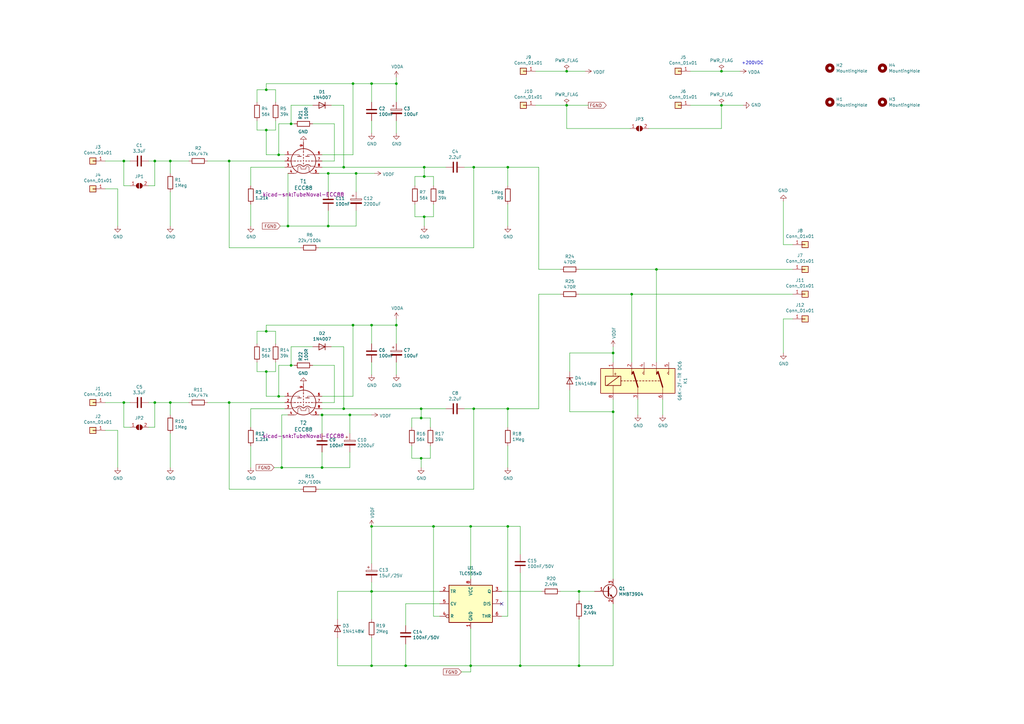
<source format=kicad_sch>
(kicad_sch (version 20211123) (generator eeschema)
  (paper "A3")
  (title_block (title "Pre-Amp ECC88/E88CC") (date "2022-10-09") (rev "V7"))
  (lib_symbols
    (symbol "Connector_Generic:Conn_01x01" (pin_names (offset 1.016) hide)
      (property "Reference" "J" (at 0 2.54 0))
      (property "Value" "Conn_01x01" (at 0 -2.54 0))
      (symbol "Conn_01x01_1_1"
        (rectangle (start -1.27 0.127) (end 0 -0.127) (stroke (width 0.1524)))
        (rectangle (start -1.27 1.27) (end 1.27 -1.27) (stroke (width 0.254)) (fill (type background)))
        (pin passive line (at -5.08 0 0) (length 3.81) (name "Pin_1") (number "1"))
      )
    )
    (symbol "Device:C" (pin_numbers hide) (pin_names (offset 0.254))
      (property "Reference" "C" (at 0.635 2.54 0))
      (property "Value" "C" (at 0.635 -2.54 0))
      (symbol "C_0_1"
        (polyline (pts (xy -2.032 -0.762) (xy 2.032 -0.762)) (stroke (width 0.508)))
        (polyline (pts (xy -2.032 0.762) (xy 2.032 0.762)) (stroke (width 0.508)))
      )
      (symbol "C_1_1"
        (pin passive line (at 0 3.81 270) (length 2.794) (name "~") (number "1"))
        (pin passive line (at 0 -3.81 90) (length 2.794) (name "~") (number "2"))
      )
    )
    (symbol "Device:C_Polarized" (pin_numbers hide) (pin_names (offset 0.254))
      (property "Reference" "C" (at 0.635 2.54 0))
      (property "Value" "C_Polarized" (at 0.635 -2.54 0))
      (symbol "C_Polarized_0_1"
        (rectangle (start -2.286 0.508) (end 2.286 1.016))
        (polyline (pts (xy -1.778 2.286) (xy -0.762 2.286)))
        (polyline (pts (xy -1.27 2.794) (xy -1.27 1.778)))
        (rectangle (start 2.286 -0.508) (end -2.286 -1.016) (fill (type outline)))
      )
      (symbol "C_Polarized_1_1"
        (pin passive line (at 0 3.81 270) (length 2.794) (name "~") (number "1"))
        (pin passive line (at 0 -3.81 90) (length 2.794) (name "~") (number "2"))
      )
    )
    (symbol "Device:R" (pin_numbers hide) (pin_names (offset 0))
      (property "Reference" "R" (at 2.032 0 90))
      (property "Value" "R" (at 0 0 90))
      (symbol "R_0_1"
        (rectangle (start -1.016 -2.54) (end 1.016 2.54) (stroke (width 0.254)))
      )
      (symbol "R_1_1"
        (pin passive line (at 0 3.81 270) (length 1.27) (name "~") (number "1"))
        (pin passive line (at 0 -3.81 90) (length 1.27) (name "~") (number "2"))
      )
    )
    (symbol "Diode:1N4007" (pin_numbers hide) (pin_names (offset 1.016) hide)
      (property "Reference" "D" (at 0 2.54 0))
      (property "Value" "1N4007" (at 0 -2.54 0))
      (symbol "1N4007_0_1"
        (polyline (pts (xy -1.27 1.27) (xy -1.27 -1.27)) (stroke (width 0.254)))
        (polyline (pts (xy 1.27 0) (xy -1.27 0)))
        (polyline (pts (xy 1.27 1.27) (xy 1.27 -1.27) (xy -1.27 0) (xy 1.27 1.27)) (stroke (width 0.254)))
      )
      (symbol "1N4007_1_1"
        (pin passive line (at -3.81 0 0) (length 2.54) (name "K") (number "1"))
        (pin passive line (at 3.81 0 180) (length 2.54) (name "A") (number "2"))
      )
    )
    (symbol "Diode:1N4148W" (pin_numbers hide) (pin_names (offset 1.016) hide)
      (property "Reference" "D" (at 0 2.54 0))
      (property "Value" "1N4148W" (at 0 -2.54 0))
      (symbol "1N4148W_0_1"
        (polyline (pts (xy -1.27 1.27) (xy -1.27 -1.27)) (stroke (width 0.254)))
        (polyline (pts (xy 1.27 0) (xy -1.27 0)))
        (polyline (pts (xy 1.27 1.27) (xy 1.27 -1.27) (xy -1.27 0) (xy 1.27 1.27)) (stroke (width 0.254)))
      )
      (symbol "1N4148W_1_1"
        (pin passive line (at -3.81 0 0) (length 2.54) (name "K") (number "1"))
        (pin passive line (at 3.81 0 180) (length 2.54) (name "A") (number "2"))
      )
    )
    (symbol "Jumper:SolderJumper_2_Open" (pin_names (offset 0) hide)
      (property "Reference" "JP" (at 0 2.032 0))
      (property "Value" "SolderJumper_2_Open" (at 0 -2.54 0))
      (symbol "SolderJumper_2_Open_0_1"
        (arc (start -0.254 1.016) (mid -1.27 0) (end -0.254 -1.016))
        (arc (start -0.254 1.016) (mid -1.27 0) (end -0.254 -1.016) (fill (type outline)))
        (polyline (pts (xy -0.254 1.016) (xy -0.254 -1.016)))
        (polyline (pts (xy 0.254 1.016) (xy 0.254 -1.016)))
        (arc (start 0.254 -1.016) (mid 1.27 0) (end 0.254 1.016))
        (arc (start 0.254 -1.016) (mid 1.27 0) (end 0.254 1.016) (fill (type outline)))
      )
      (symbol "SolderJumper_2_Open_1_1"
        (pin passive line (at -3.81 0 0) (length 2.54) (name "A") (number "1"))
        (pin passive line (at 3.81 0 180) (length 2.54) (name "B") (number "2"))
      )
    )
    (symbol "Mechanical:MountingHole" (pin_names (offset 1.016))
      (property "Reference" "H" (at 0 5.08 0))
      (property "Value" "MountingHole" (at 0 3.175 0))
      (symbol "MountingHole_0_1"
        (circle (center 0 0) (radius 1.27) (stroke (width 1.27)))
      )
    )
    (symbol "Relay:G6K-2"
      (property "Reference" "K" (at 16.51 3.81 0))
      (property "Value" "G6K-2" (at 16.51 1.27 0))
      (symbol "G6K-2_0_0"
        (text "+" (at -9.271 2.921 0) (effects (font (size 1.27 1.27))))
      )
      (symbol "G6K-2_0_1"
        (rectangle (start -15.24 5.08) (end 15.24 -5.08) (stroke (width 0.254)) (fill (type background)))
        (rectangle (start -13.335 1.905) (end -6.985 -1.905) (stroke (width 0.254)))
        (polyline (pts (xy -12.7 -1.905) (xy -7.62 1.905)) (stroke (width 0.254)))
        (polyline (pts (xy -10.16 -5.08) (xy -10.16 -1.905)))
        (polyline (pts (xy -10.16 5.08) (xy -10.16 1.905)))
        (polyline (pts (xy -6.985 0) (xy -6.35 0)) (stroke (width 0.254)))
        (polyline (pts (xy -5.715 0) (xy -5.08 0)) (stroke (width 0.254)))
        (polyline (pts (xy -4.445 0) (xy -3.81 0)) (stroke (width 0.254)))
        (polyline (pts (xy -3.175 0) (xy -2.54 0)) (stroke (width 0.254)))
        (polyline (pts (xy -1.905 0) (xy -1.27 0)) (stroke (width 0.254)))
        (polyline (pts (xy -0.635 0) (xy 0 0)) (stroke (width 0.254)))
        (polyline (pts (xy 0 -2.54) (xy -1.905 3.81)) (stroke (width 0.508)))
        (polyline (pts (xy 0 -2.54) (xy 0 -5.08)))
        (polyline (pts (xy 0.635 0) (xy 1.27 0)) (stroke (width 0.254)))
        (polyline (pts (xy 1.905 0) (xy 2.54 0)) (stroke (width 0.254)))
        (polyline (pts (xy 3.175 0) (xy 3.81 0)) (stroke (width 0.254)))
        (polyline (pts (xy 4.445 0) (xy 5.08 0)) (stroke (width 0.254)))
        (polyline (pts (xy 5.715 0) (xy 6.35 0)) (stroke (width 0.254)))
        (polyline (pts (xy 6.985 0) (xy 7.62 0)) (stroke (width 0.254)))
        (polyline (pts (xy 8.255 0) (xy 8.89 0)) (stroke (width 0.254)))
        (polyline (pts (xy 10.16 -2.54) (xy 8.255 3.81)) (stroke (width 0.508)))
        (polyline (pts (xy 10.16 -2.54) (xy 10.16 -5.08)))
        (polyline (pts (xy -2.54 5.08) (xy -2.54 2.54) (xy -1.905 3.175) (xy -2.54 3.81)) (fill (type outline)))
        (polyline (pts (xy 2.54 5.08) (xy 2.54 2.54) (xy 1.905 3.175) (xy 2.54 3.81)))
        (polyline (pts (xy 7.62 5.08) (xy 7.62 2.54) (xy 8.255 3.175) (xy 7.62 3.81)) (fill (type outline)))
        (polyline (pts (xy 12.7 5.08) (xy 12.7 2.54) (xy 12.065 3.175) (xy 12.7 3.81)))
      )
      (symbol "G6K-2_1_1"
        (pin passive line (at -10.16 7.62 270) (length 2.54) (name "~") (number "1"))
        (pin passive line (at -2.54 7.62 270) (length 2.54) (name "~") (number "2"))
        (pin passive line (at 0 -7.62 90) (length 2.54) (name "~") (number "3"))
        (pin passive line (at 2.54 7.62 270) (length 2.54) (name "~") (number "4"))
        (pin passive line (at 12.7 7.62 270) (length 2.54) (name "~") (number "5"))
        (pin passive line (at 10.16 -7.62 90) (length 2.54) (name "~") (number "6"))
        (pin passive line (at 7.62 7.62 270) (length 2.54) (name "~") (number "7"))
        (pin passive line (at -10.16 -7.62 90) (length 2.54) (name "~") (number "8"))
      )
    )
    (symbol "Timer:TLC555xD"
      (property "Reference" "U" (at -10.16 8.89 0))
      (property "Value" "TLC555xD" (at 2.54 8.89 0))
      (symbol "TLC555xD_0_0"
        (pin power_in line (at 0 -10.16 90) (length 2.54) (name "GND") (number "1"))
        (pin power_in line (at 0 10.16 270) (length 2.54) (name "VCC") (number "8"))
      )
      (symbol "TLC555xD_0_1"
        (rectangle (start -8.89 -7.62) (end 8.89 7.62) (stroke (width 0.254)) (fill (type background)))
        (rectangle (start -8.89 -7.62) (end 8.89 7.62) (stroke (width 0.254)) (fill (type background)))
      )
      (symbol "TLC555xD_1_1"
        (pin input line (at -12.7 5.08 0) (length 3.81) (name "TR") (number "2"))
        (pin output line (at 12.7 5.08 180) (length 3.81) (name "Q") (number "3"))
        (pin input inverted (at -12.7 -5.08 0) (length 3.81) (name "R") (number "4"))
        (pin input line (at -12.7 0 0) (length 3.81) (name "CV") (number "5"))
        (pin input line (at 12.7 -5.08 180) (length 3.81) (name "THR") (number "6"))
        (pin input line (at 12.7 0 180) (length 3.81) (name "DIS") (number "7"))
      )
    )
    (symbol "Transistor_BJT:MMBT3904" (pin_names (offset 0) hide)
      (property "Reference" "Q" (at 5.08 1.905 0))
      (property "Value" "MMBT3904" (at 5.08 0 0))
      (symbol "MMBT3904_0_1"
        (polyline (pts (xy 0.635 0.635) (xy 2.54 2.54)))
        (polyline (pts (xy 0.635 -0.635) (xy 2.54 -2.54) (xy 2.54 -2.54)))
        (polyline (pts (xy 0.635 1.905) (xy 0.635 -1.905) (xy 0.635 -1.905)) (stroke (width 0.508)))
        (polyline (pts (xy 1.27 -1.778) (xy 1.778 -1.27) (xy 2.286 -2.286) (xy 1.27 -1.778) (xy 1.27 -1.778)) (fill (type outline)))
        (circle (center 1.27 0) (radius 2.8194) (stroke (width 0.254)))
      )
      (symbol "MMBT3904_1_1"
        (pin input line (at -5.08 0 0) (length 5.715) (name "B") (number "1"))
        (pin passive line (at 2.54 -5.08 90) (length 2.54) (name "E") (number "2"))
        (pin passive line (at 2.54 5.08 270) (length 2.54) (name "C") (number "3"))
      )
    )
    (symbol "power:GND" (power) (pin_names (offset 0))
      (property "Value" "GND" (at 0 -3.81 0))
      (symbol "GND_0_1"
        (polyline (pts (xy 0 0) (xy 0 -1.27) (xy 1.27 -1.27) (xy 0 -2.54) (xy -1.27 -1.27) (xy 0 -1.27)))
      )
      (symbol "GND_1_1"
        (pin power_in line (at 0 0 270) (length 0) hide (name "GND") (number "1"))
      )
    )
    (symbol "power:PWR_FLAG" (power) (pin_numbers hide) (pin_names (offset 0) hide)
      (property "Value" "PWR_FLAG" (at 0 3.81 0))
      (symbol "PWR_FLAG_0_0"
        (pin power_out line (at 0 0 90) (length 0) (name "pwr") (number "1"))
      )
      (symbol "PWR_FLAG_0_1"
        (polyline (pts (xy 0 0) (xy 0 1.27) (xy -1.016 1.905) (xy 0 2.54) (xy 1.016 1.905) (xy 0 1.27)))
      )
    )
    (symbol "power:VDDA" (power) (pin_names (offset 0))
      (property "Value" "VDDA" (at 0 3.81 0))
      (symbol "VDDA_0_1"
        (polyline (pts (xy -0.762 1.27) (xy 0 2.54)))
        (polyline (pts (xy 0 0) (xy 0 2.54)))
        (polyline (pts (xy 0 2.54) (xy 0.762 1.27)))
      )
      (symbol "VDDA_1_1"
        (pin power_in line (at 0 0 90) (length 0) hide (name "VDDA") (number "1"))
      )
    )
    (symbol "power:VDDF" (power) (pin_names (offset 0))
      (property "Value" "VDDF" (at 0 3.81 0))
      (symbol "VDDF_0_1"
        (polyline (pts (xy -0.762 1.27) (xy 0 2.54)))
        (polyline (pts (xy 0 0) (xy 0 2.54)))
        (polyline (pts (xy 0 2.54) (xy 0.762 1.27)))
      )
      (symbol "VDDF_1_1"
        (pin power_in line (at 0 0 90) (length 0) hide (name "VDDF") (number "1"))
      )
    )
    (symbol "w_vacuum:ECC88" (pin_names (offset 0.0254) hide)
      (property "Reference" "T" (at 0 -7.62 0))
      (property "Value" "ECC88" (at 0 -10.16 0))
      (symbol "ECC88_0_1"
        (arc (start -1.016 -2.794) (mid -1.651 -2.159) (end -2.286 -2.794))
        (arc (start -0.381 -2.159) (mid -1.651 -1.4978) (end -2.921 -2.159) (stroke (width 0.254)))
        (polyline (pts (xy -5.08 0) (xy -3.683 0)))
        (polyline (pts (xy -3.683 0) (xy -3.175 0)) (stroke (width 0.254)))
        (polyline (pts (xy -2.54 0) (xy -2.032 0)) (stroke (width 0.254)))
        (polyline (pts (xy -2.413 1.905) (xy -0.889 1.905)) (stroke (width 0.254)))
        (polyline (pts (xy -1.397 0) (xy -0.889 0)) (stroke (width 0.254)))
        (polyline (pts (xy 0 5.08) (xy 0 3.937)))
        (polyline (pts (xy 0.889 0) (xy 1.397 0)) (stroke (width 0.254)))
        (polyline (pts (xy 0.889 1.905) (xy 2.413 1.905)) (stroke (width 0.254)))
        (polyline (pts (xy 2.032 0) (xy 2.54 0)) (stroke (width 0.254)))
        (polyline (pts (xy 3.175 0) (xy 3.683 0)) (stroke (width 0.254)))
        (polyline (pts (xy 3.683 0) (xy 5.08 0)))
        (polyline (pts (xy -2.921 -2.159) (xy -4.318 -2.159) (xy -5.08 -2.54)))
        (polyline (pts (xy -1.651 1.905) (xy -1.651 2.54) (xy -5.08 2.54)))
        (polyline (pts (xy 2.921 -2.159) (xy 4.318 -2.159) (xy 5.08 -2.54)))
        (polyline (pts (xy 5.08 2.54) (xy 1.651 2.54) (xy 1.651 1.905)))
        (polyline (pts (xy -2.286 -2.794) (xy -2.286 -4.191) (xy -3.175 -5.08) (xy -3.81 -5.08)))
        (polyline (pts (xy -1.016 -2.794) (xy -1.016 -3.302) (xy 1.016 -3.302) (xy 1.016 -2.794)))
        (polyline (pts (xy 2.286 -2.794) (xy 2.286 -4.191) (xy 3.175 -5.08) (xy 3.81 -5.08)))
        (circle (center 0 0) (radius 5.08) (stroke (width 0.254)))
        (arc (start 2.286 -2.794) (mid 1.651 -2.159) (end 1.016 -2.794))
        (arc (start 2.921 -2.159) (mid 1.651 -1.4978) (end 0.381 -2.159) (stroke (width 0.254)))
      )
      (symbol "ECC88_1_1"
        (polyline (pts (xy 0 -2.413) (xy 0 -1.905)) (stroke (width 0.254)))
        (polyline (pts (xy 0 -1.27) (xy 0 -0.762)) (stroke (width 0.254)))
        (polyline (pts (xy 0 -0.127) (xy 0 0.381)) (stroke (width 0.254)))
        (polyline (pts (xy 0 1.016) (xy 0 1.524)) (stroke (width 0.254)))
        (polyline (pts (xy 0 2.286) (xy 0 2.794)) (stroke (width 0.254)))
        (polyline (pts (xy 0 3.429) (xy 0 3.937)) (stroke (width 0.254)))
        (pin input line (at -7.62 2.54 0) (length 2.54) (name "qT1") (number "1"))
        (pin input line (at -7.62 0 0) (length 2.54) (name "gT1") (number "2"))
        (pin input line (at -7.62 -2.54 0) (length 2.54) (name "kT1") (number "3"))
        (pin input line (at -6.35 -5.08 0) (length 2.54) (name "h") (number "4"))
        (pin input line (at 6.35 -5.08 180) (length 2.54) (name "h") (number "5"))
        (pin input line (at 7.62 2.54 180) (length 2.54) (name "qT2") (number "6"))
        (pin input line (at 7.62 0 180) (length 2.54) (name "gT2") (number "7"))
        (pin input line (at 7.62 -2.54 180) (length 2.54) (name "kT2") (number "8"))
        (pin input line (at 0 7.62 270) (length 2.54) (name "s") (number "9"))
      )
    )
  )
  (junction (at 208.28 215.9))
  (junction (at 69.85 165.1))
  (junction (at 232.41 43.18))
  (junction (at 132.08 191.77))
  (junction (at 172.72 167.64))
  (junction (at 295.91 43.18))
  (junction (at 119.38 149.86))
  (junction (at 237.49 273.05))
  (junction (at 213.36 273.05))
  (junction (at 208.28 68.58))
  (junction (at 134.62 92.71))
  (junction (at 251.46 168.91))
  (junction (at 194.31 167.64))
  (junction (at 152.4 34.29))
  (junction (at 69.85 66.04))
  (junction (at 208.28 167.64))
  (junction (at 172.72 171.45))
  (junction (at 144.78 133.35))
  (junction (at 166.37 273.05))
  (junction (at 146.05 71.12))
  (junction (at 162.56 34.29))
  (junction (at 152.4 273.05))
  (junction (at 63.5 66.04))
  (junction (at 237.49 242.57))
  (junction (at 152.4 215.9))
  (junction (at 114.3 63.5))
  (junction (at 193.04 215.9))
  (junction (at 152.4 133.35))
  (junction (at 193.04 273.05))
  (junction (at 93.98 66.04))
  (junction (at 115.57 191.77))
  (junction (at 173.99 68.58))
  (junction (at 134.62 71.12))
  (junction (at 140.97 68.58))
  (junction (at 172.72 187.96))
  (junction (at 194.31 68.58))
  (junction (at 269.24 110.49))
  (junction (at 50.8 66.04))
  (junction (at 162.56 133.35))
  (junction (at 109.22 135.89))
  (junction (at 119.38 50.8))
  (junction (at 232.41 29.21))
  (junction (at 152.4 242.57))
  (junction (at 93.98 165.1))
  (junction (at 114.3 162.56))
  (junction (at 173.99 72.39))
  (junction (at 144.78 34.29))
  (junction (at 143.51 170.18))
  (junction (at 109.22 53.34))
  (junction (at 173.99 88.9))
  (junction (at 132.08 170.18))
  (junction (at 63.5 165.1))
  (junction (at 177.8 215.9))
  (junction (at 109.22 36.83))
  (junction (at 251.46 144.78))
  (junction (at 109.22 152.4))
  (junction (at 50.8 165.1))
  (junction (at 118.11 92.71))
  (junction (at 259.08 120.65))
  (junction (at 140.97 167.64))
  (junction (at 295.91 29.21))
  (no_connect (at 205.74 247.65))
  (wire (pts (xy 69.85 71.12) (xy 69.85 66.04)))
  (wire (pts (xy 105.41 36.83) (xy 105.41 41.91)))
  (wire (pts (xy 180.34 252.73) (xy 177.8 252.73)))
  (wire (pts (xy 162.56 153.67) (xy 162.56 148.59)))
  (wire (pts (xy 153.67 71.12) (xy 146.05 71.12)))
  (wire (pts (xy 173.99 92.71) (xy 173.99 88.9)))
  (wire (pts (xy 173.99 72.39) (xy 170.18 72.39)))
  (wire (pts (xy 194.31 101.6) (xy 130.81 101.6)))
  (wire (pts (xy 152.4 242.57) (xy 138.43 242.57)))
  (wire (pts (xy 321.31 130.81) (xy 325.12 130.81)))
  (wire (pts (xy 114.3 50.8) (xy 119.38 50.8)))
  (wire (pts (xy 219.71 43.18) (xy 232.41 43.18)))
  (wire (pts (xy 144.78 34.29) (xy 152.4 34.29)))
  (wire (pts (xy 152.4 140.97) (xy 152.4 133.35)))
  (wire (pts (xy 152.4 133.35) (xy 162.56 133.35)))
  (wire (pts (xy 114.3 162.56) (xy 109.22 162.56)))
  (wire (pts (xy 113.03 41.91) (xy 113.03 36.83)))
  (wire (pts (xy 193.04 273.05) (xy 166.37 273.05)))
  (wire (pts (xy 208.28 175.26) (xy 208.28 167.64)))
  (wire (pts (xy 102.87 92.71) (xy 102.87 83.82)))
  (wire (pts (xy 77.47 66.04) (xy 69.85 66.04)))
  (wire (pts (xy 233.68 160.02) (xy 233.68 168.91)))
  (wire (pts (xy 146.05 92.71) (xy 146.05 86.36)))
  (wire (pts (xy 60.96 165.1) (xy 63.5 165.1)))
  (wire (pts (xy 140.97 167.64) (xy 172.72 167.64)))
  (wire (pts (xy 205.74 242.57) (xy 222.25 242.57)))
  (wire (pts (xy 48.26 92.71) (xy 48.26 77.47)))
  (wire (pts (xy 116.84 68.58) (xy 102.87 68.58)))
  (wire (pts (xy 53.34 76.2) (xy 50.8 76.2)))
  (wire (pts (xy 63.5 165.1) (xy 69.85 165.1)))
  (wire (pts (xy 128.27 149.86) (xy 137.16 149.86)))
  (wire (pts (xy 168.91 187.96) (xy 172.72 187.96)))
  (wire (pts (xy 180.34 247.65) (xy 166.37 247.65)))
  (wire (pts (xy 50.8 76.2) (xy 50.8 66.04)))
  (wire (pts (xy 109.22 63.5) (xy 109.22 53.34)))
  (wire (pts (xy 194.31 167.64) (xy 190.5 167.64)))
  (wire (pts (xy 152.4 242.57) (xy 152.4 254)))
  (wire (pts (xy 109.22 135.89) (xy 105.41 135.89)))
  (wire (pts (xy 50.8 165.1) (xy 53.34 165.1)))
  (wire (pts (xy 109.22 53.34) (xy 105.41 53.34)))
  (wire (pts (xy 135.89 142.24) (xy 140.97 142.24)))
  (wire (pts (xy 208.28 83.82) (xy 208.28 92.71)))
  (wire (pts (xy 134.62 71.12) (xy 130.81 71.12)))
  (wire (pts (xy 105.41 135.89) (xy 105.41 140.97)))
  (wire (pts (xy 295.91 29.21) (xy 283.21 29.21)))
  (wire (pts (xy 144.78 63.5) (xy 144.78 34.29)))
  (wire (pts (xy 152.4 273.05) (xy 138.43 273.05)))
  (wire (pts (xy 205.74 252.73) (xy 208.28 252.73)))
  (wire (pts (xy 132.08 177.8) (xy 132.08 170.18)))
  (wire (pts (xy 269.24 148.59) (xy 269.24 110.49)))
  (wire (pts (xy 251.46 148.59) (xy 251.46 144.78)))
  (wire (pts (xy 162.56 133.35) (xy 162.56 140.97)))
  (wire (pts (xy 119.38 142.24) (xy 119.38 149.86)))
  (wire (pts (xy 208.28 76.2) (xy 208.28 68.58)))
  (wire (pts (xy 237.49 254) (xy 237.49 273.05)))
  (wire (pts (xy 69.85 92.71) (xy 69.85 78.74)))
  (wire (pts (xy 162.56 133.35) (xy 162.56 130.81)))
  (wire (pts (xy 137.16 149.86) (xy 137.16 165.1)))
  (wire (pts (xy 168.91 171.45) (xy 168.91 175.26)))
  (wire (pts (xy 119.38 149.86) (xy 114.3 149.86)))
  (wire (pts (xy 152.4 153.67) (xy 152.4 148.59)))
  (wire (pts (xy 208.28 191.77) (xy 208.28 182.88)))
  (wire (pts (xy 128.27 43.18) (xy 119.38 43.18)))
  (wire (pts (xy 115.57 170.18) (xy 115.57 191.77)))
  (wire (pts (xy 138.43 273.05) (xy 138.43 261.62)))
  (wire (pts (xy 208.28 252.73) (xy 208.28 215.9)))
  (wire (pts (xy 112.395 191.77) (xy 115.57 191.77)))
  (wire (pts (xy 213.36 227.33) (xy 213.36 215.9)))
  (wire (pts (xy 146.05 71.12) (xy 134.62 71.12)))
  (wire (pts (xy 109.22 53.34) (xy 113.03 53.34)))
  (wire (pts (xy 240.03 29.21) (xy 232.41 29.21)))
  (wire (pts (xy 162.56 54.61) (xy 162.56 49.53)))
  (wire (pts (xy 170.18 83.82) (xy 170.18 88.9)))
  (wire (pts (xy 152.4 242.57) (xy 152.4 238.76)))
  (wire (pts (xy 132.08 167.64) (xy 140.97 167.64)))
  (wire (pts (xy 144.78 162.56) (xy 144.78 133.35)))
  (wire (pts (xy 194.31 167.64) (xy 194.31 200.66)))
  (wire (pts (xy 166.37 247.65) (xy 166.37 256.54)))
  (wire (pts (xy 233.68 144.78) (xy 251.46 144.78)))
  (wire (pts (xy 259.08 148.59) (xy 259.08 120.65)))
  (wire (pts (xy 93.98 200.66) (xy 93.98 165.1)))
  (wire (pts (xy 118.11 170.18) (xy 115.57 170.18)))
  (wire (pts (xy 232.41 43.18) (xy 241.3 43.18)))
  (wire (pts (xy 114.935 92.71) (xy 118.11 92.71)))
  (wire (pts (xy 102.87 191.77) (xy 102.87 182.88)))
  (wire (pts (xy 172.72 171.45) (xy 168.91 171.45)))
  (wire (pts (xy 134.62 92.71) (xy 146.05 92.71)))
  (wire (pts (xy 85.09 66.04) (xy 93.98 66.04)))
  (wire (pts (xy 237.49 246.38) (xy 237.49 242.57)))
  (wire (pts (xy 135.89 43.18) (xy 140.97 43.18)))
  (wire (pts (xy 109.22 162.56) (xy 109.22 152.4)))
  (wire (pts (xy 194.31 68.58) (xy 208.28 68.58)))
  (wire (pts (xy 77.47 165.1) (xy 69.85 165.1)))
  (wire (pts (xy 143.51 170.18) (xy 152.4 170.18)))
  (wire (pts (xy 63.5 76.2) (xy 60.96 76.2)))
  (wire (pts (xy 116.84 63.5) (xy 114.3 63.5)))
  (wire (pts (xy 114.3 63.5) (xy 109.22 63.5)))
  (wire (pts (xy 152.4 215.9) (xy 177.8 215.9)))
  (wire (pts (xy 180.34 242.57) (xy 152.4 242.57)))
  (wire (pts (xy 208.28 215.9) (xy 193.04 215.9)))
  (wire (pts (xy 233.68 152.4) (xy 233.68 144.78)))
  (wire (pts (xy 123.19 200.66) (xy 93.98 200.66)))
  (wire (pts (xy 172.72 167.64) (xy 182.88 167.64)))
  (wire (pts (xy 166.37 273.05) (xy 152.4 273.05)))
  (wire (pts (xy 143.51 191.77) (xy 143.51 185.42)))
  (wire (pts (xy 132.08 63.5) (xy 144.78 63.5)))
  (wire (pts (xy 93.98 165.1) (xy 116.84 165.1)))
  (wire (pts (xy 213.36 273.05) (xy 193.04 273.05)))
  (wire (pts (xy 162.56 34.29) (xy 162.56 31.75)))
  (wire (pts (xy 271.78 170.18) (xy 271.78 163.83)))
  (wire (pts (xy 162.56 34.29) (xy 162.56 41.91)))
  (wire (pts (xy 53.34 175.26) (xy 50.8 175.26)))
  (wire (pts (xy 134.62 78.74) (xy 134.62 71.12)))
  (wire (pts (xy 233.68 168.91) (xy 251.46 168.91)))
  (wire (pts (xy 144.78 34.29) (xy 109.22 34.29)))
  (wire (pts (xy 69.85 66.04) (xy 63.5 66.04)))
  (wire (pts (xy 193.04 257.81) (xy 193.04 273.05)))
  (wire (pts (xy 138.43 242.57) (xy 138.43 254)))
  (wire (pts (xy 173.99 68.58) (xy 182.88 68.58)))
  (wire (pts (xy 193.04 275.59) (xy 193.04 273.05)))
  (wire (pts (xy 325.12 100.33) (xy 321.31 100.33)))
  (wire (pts (xy 193.04 237.49) (xy 193.04 215.9)))
  (wire (pts (xy 251.46 168.91) (xy 251.46 237.49)))
  (wire (pts (xy 170.18 88.9) (xy 173.99 88.9)))
  (wire (pts (xy 208.28 68.58) (xy 220.98 68.58)))
  (wire (pts (xy 261.62 170.18) (xy 261.62 163.83)))
  (wire (pts (xy 113.03 152.4) (xy 113.03 148.59)))
  (wire (pts (xy 177.8 88.9) (xy 177.8 83.82)))
  (wire (pts (xy 109.22 133.35) (xy 109.22 135.89)))
  (wire (pts (xy 170.18 72.39) (xy 170.18 76.2)))
  (wire (pts (xy 48.26 77.47) (xy 43.18 77.47)))
  (wire (pts (xy 114.3 149.86) (xy 114.3 162.56)))
  (wire (pts (xy 128.27 142.24) (xy 119.38 142.24)))
  (wire (pts (xy 194.31 200.66) (xy 130.81 200.66)))
  (wire (pts (xy 283.21 43.18) (xy 295.91 43.18)))
  (wire (pts (xy 237.49 273.05) (xy 213.36 273.05)))
  (wire (pts (xy 109.22 36.83) (xy 105.41 36.83)))
  (wire (pts (xy 176.53 187.96) (xy 176.53 182.88)))
  (wire (pts (xy 140.97 43.18) (xy 140.97 68.58)))
  (wire (pts (xy 119.38 50.8) (xy 120.65 50.8)))
  (wire (pts (xy 194.31 167.64) (xy 208.28 167.64)))
  (wire (pts (xy 134.62 92.71) (xy 134.62 86.36)))
  (wire (pts (xy 194.31 68.58) (xy 190.5 68.58)))
  (wire (pts (xy 146.05 78.74) (xy 146.05 71.12)))
  (wire (pts (xy 208.28 167.64) (xy 220.98 167.64)))
  (wire (pts (xy 48.26 191.77) (xy 48.26 176.53)))
  (wire (pts (xy 132.08 191.77) (xy 132.08 185.42)))
  (wire (pts (xy 50.8 66.04) (xy 53.34 66.04)))
  (wire (pts (xy 232.41 29.21) (xy 219.71 29.21)))
  (wire (pts (xy 259.08 120.65) (xy 325.12 120.65)))
  (wire (pts (xy 213.36 215.9) (xy 208.28 215.9)))
  (wire (pts (xy 251.46 247.65) (xy 251.46 273.05)))
  (wire (pts (xy 251.46 144.78) (xy 251.46 142.24)))
  (wire (pts (xy 43.18 66.04) (xy 50.8 66.04)))
  (wire (pts (xy 50.8 175.26) (xy 50.8 165.1)))
  (wire (pts (xy 213.36 234.95) (xy 213.36 273.05)))
  (wire (pts (xy 321.31 100.33) (xy 321.31 82.55)))
  (wire (pts (xy 132.08 68.58) (xy 140.97 68.58)))
  (wire (pts (xy 63.5 66.04) (xy 63.5 76.2)))
  (wire (pts (xy 295.91 52.705) (xy 295.91 43.18)))
  (wire (pts (xy 193.04 215.9) (xy 177.8 215.9)))
  (wire (pts (xy 113.03 53.34) (xy 113.03 49.53)))
  (wire (pts (xy 143.51 177.8) (xy 143.51 170.18)))
  (wire (pts (xy 69.85 191.77) (xy 69.85 177.8)))
  (wire (pts (xy 321.31 144.78) (xy 321.31 130.81)))
  (wire (pts (xy 144.78 133.35) (xy 152.4 133.35)))
  (wire (pts (xy 237.49 120.65) (xy 259.08 120.65)))
  (wire (pts (xy 93.98 66.04) (xy 116.84 66.04)))
  (wire (pts (xy 303.53 29.21) (xy 295.91 29.21)))
  (wire (pts (xy 63.5 66.04) (xy 60.96 66.04)))
  (wire (pts (xy 63.5 175.26) (xy 60.96 175.26)))
  (wire (pts (xy 85.09 165.1) (xy 93.98 165.1)))
  (wire (pts (xy 93.98 101.6) (xy 93.98 66.04)))
  (wire (pts (xy 105.41 152.4) (xy 105.41 148.59)))
  (wire (pts (xy 137.16 50.8) (xy 137.16 66.04)))
  (wire (pts (xy 258.445 52.705) (xy 232.41 52.705)))
  (wire (pts (xy 243.84 242.57) (xy 237.49 242.57)))
  (wire (pts (xy 173.99 88.9) (xy 177.8 88.9)))
  (wire (pts (xy 251.46 163.83) (xy 251.46 168.91)))
  (wire (pts (xy 176.53 175.26) (xy 176.53 171.45)))
  (wire (pts (xy 229.87 120.65) (xy 220.98 120.65)))
  (wire (pts (xy 177.8 252.73) (xy 177.8 215.9)))
  (wire (pts (xy 173.99 72.39) (xy 173.99 68.58)))
  (wire (pts (xy 115.57 191.77) (xy 132.08 191.77)))
  (wire (pts (xy 132.08 170.18) (xy 130.81 170.18)))
  (wire (pts (xy 132.08 165.1) (xy 137.16 165.1)))
  (wire (pts (xy 269.24 110.49) (xy 325.12 110.49)))
  (wire (pts (xy 152.4 34.29) (xy 162.56 34.29)))
  (wire (pts (xy 152.4 54.61) (xy 152.4 49.53)))
  (wire (pts (xy 116.84 167.64) (xy 102.87 167.64)))
  (wire (pts (xy 176.53 171.45) (xy 172.72 171.45)))
  (wire (pts (xy 152.4 231.14) (xy 152.4 215.9)))
  (wire (pts (xy 132.08 66.04) (xy 137.16 66.04)))
  (wire (pts (xy 251.46 273.05) (xy 237.49 273.05)))
  (wire (pts (xy 168.91 182.88) (xy 168.91 187.96)))
  (wire (pts (xy 116.84 162.56) (xy 114.3 162.56)))
  (wire (pts (xy 48.26 176.53) (xy 43.18 176.53)))
  (wire (pts (xy 123.19 101.6) (xy 93.98 101.6)))
  (wire (pts (xy 114.3 50.8) (xy 114.3 63.5)))
  (wire (pts (xy 237.49 110.49) (xy 269.24 110.49)))
  (wire (pts (xy 118.11 71.12) (xy 118.11 92.71)))
  (wire (pts (xy 113.03 36.83) (xy 109.22 36.83)))
  (wire (pts (xy 237.49 242.57) (xy 229.87 242.57)))
  (wire (pts (xy 266.065 52.705) (xy 295.91 52.705)))
  (wire (pts (xy 166.37 273.05) (xy 166.37 264.16)))
  (wire (pts (xy 132.08 170.18) (xy 143.51 170.18)))
  (wire (pts (xy 69.85 170.18) (xy 69.85 165.1)))
  (wire (pts (xy 220.98 68.58) (xy 220.98 110.49)))
  (wire (pts (xy 63.5 165.1) (xy 63.5 175.26)))
  (wire (pts (xy 189.23 275.59) (xy 193.04 275.59)))
  (wire (pts (xy 229.87 110.49) (xy 220.98 110.49)))
  (wire (pts (xy 144.78 133.35) (xy 109.22 133.35)))
  (wire (pts (xy 177.8 72.39) (xy 173.99 72.39)))
  (wire (pts (xy 102.87 68.58) (xy 102.87 76.2)))
  (wire (pts (xy 105.41 53.34) (xy 105.41 49.53)))
  (wire (pts (xy 140.97 142.24) (xy 140.97 167.64)))
  (wire (pts (xy 120.65 149.86) (xy 119.38 149.86)))
  (wire (pts (xy 109.22 152.4) (xy 113.03 152.4)))
  (wire (pts (xy 172.72 191.77) (xy 172.72 187.96)))
  (wire (pts (xy 128.27 50.8) (xy 137.16 50.8)))
  (wire (pts (xy 177.8 76.2) (xy 177.8 72.39)))
  (wire (pts (xy 102.87 167.64) (xy 102.87 175.26)))
  (wire (pts (xy 232.41 43.18) (xy 232.41 52.705)))
  (wire (pts (xy 220.98 167.64) (xy 220.98 120.65)))
  (wire (pts (xy 140.97 68.58) (xy 173.99 68.58)))
  (wire (pts (xy 118.11 92.71) (xy 134.62 92.71)))
  (wire (pts (xy 194.31 68.58) (xy 194.31 101.6)))
  (wire (pts (xy 152.4 273.05) (xy 152.4 261.62)))
  (wire (pts (xy 172.72 187.96) (xy 176.53 187.96)))
  (wire (pts (xy 113.03 140.97) (xy 113.03 135.89)))
  (wire (pts (xy 132.08 191.77) (xy 143.51 191.77)))
  (wire (pts (xy 109.22 34.29) (xy 109.22 36.83)))
  (wire (pts (xy 113.03 135.89) (xy 109.22 135.89)))
  (wire (pts (xy 295.91 43.18) (xy 304.8 43.18)))
  (wire (pts (xy 172.72 171.45) (xy 172.72 167.64)))
  (wire (pts (xy 152.4 41.91) (xy 152.4 34.29)))
  (wire (pts (xy 119.38 43.18) (xy 119.38 50.8)))
  (wire (pts (xy 132.08 162.56) (xy 144.78 162.56)))
  (wire (pts (xy 43.18 165.1) (xy 50.8 165.1)))
  (wire (pts (xy 109.22 152.4) (xy 105.41 152.4)))
  (text "+200VDC" (at 304.165 26.67 0) (effects (font (size 1.27 1.27)) (justify left bottom)))
  (global_label "FGND" (shape output) (at 241.3 43.18 0) (property "Intersheet References" "${INTERSHEET_REFS}" (effects hide)))
  (global_label "FGND" (shape input) (at 114.935 92.71 180) (property "Intersheet References" "${INTERSHEET_REFS}" (effects hide)))
  (global_label "FGND" (shape input) (at 189.23 275.59 180) (property "Intersheet References" "${INTERSHEET_REFS}" (effects hide)))
  (global_label "FGND" (shape input) (at 112.395 191.77 180) (property "Intersheet References" "${INTERSHEET_REFS}" (effects hide)))
  (symbol (lib_id "w_vacuum:ECC88") (at 124.46 66.04 0) (unit 1)
    (property "Reference" "T1" (at 124.46 74.3966 0) (effects (font (size 1.524 1.524))))
    (property "Value" "ECC88" (at 124.46 77.089 0) (effects (font (size 1.524 1.524))))
    (property "Footprint" "kicad-snk:TubeNoval-ECC88" (at 124.46 79.7814 0) (effects (font (size 1.524 1.524))))
  )
  (symbol (lib_id "Device:R") (at 81.28 66.04 270) (unit 1)
    (property "Reference" "R2" (at 81.28 60.7822 90))
    (property "Value" "10k/47k" (at 81.28 63.0936 90))
    (property "Footprint" "Resistor_SMD:R_MELF_MMB-0207" (effects hide))
  )
  (symbol (lib_id "Device:R") (at 69.85 74.93 0) (unit 1)
    (property "Reference" "R1" (at 71.628 73.7616 0) (effects (justify left)))
    (property "Value" "1Meg" (at 71.628 76.073 0) (effects (justify left)))
    (property "Footprint" "Resistor_SMD:R_MELF_MMB-0207" (effects hide))
  )
  (symbol (lib_id "Connector_Generic:Conn_01x01") (at 38.1 66.04 180) (unit 1)
    (property "Reference" "J3" (at 40.1828 60.325 0))
    (property "Value" "Conn_01x01" (at 40.1828 62.6364 0))
    (property "Footprint" "Connector_Pin:Pin_D1.0mm_L10.0mm" (effects hide))
  )
  (symbol (lib_id "Connector_Generic:Conn_01x01") (at 38.1 77.47 180) (unit 1)
    (property "Reference" "J4" (at 40.1828 71.755 0))
    (property "Value" "Conn_01x01" (at 40.1828 74.0664 0))
    (property "Footprint" "Connector_Pin:Pin_D1.0mm_L10.0mm" (effects hide))
  )
  (symbol (lib_id "Connector_Generic:Conn_01x01") (at 278.13 29.21 180) (unit 1)
    (property "Reference" "J5" (at 280.2128 23.495 0))
    (property "Value" "Conn_01x01" (at 280.2128 25.8064 0))
    (property "Footprint" "Connector_Pin:Pin_D1.3mm_L11.0mm" (effects hide))
  )
  (symbol (lib_id "Connector_Generic:Conn_01x01") (at 278.13 43.18 180) (unit 1)
    (property "Reference" "J6" (at 280.2128 37.465 0))
    (property "Value" "Conn_01x01" (at 280.2128 39.7764 0))
    (property "Footprint" "Connector_Pin:Pin_D1.3mm_L11.0mm" (effects hide))
  )
  (symbol (lib_id "Device:C") (at 57.15 66.04 270) (unit 1)
    (property "Reference" "C1" (at 57.15 59.6392 90))
    (property "Value" "3.3uF" (at 57.15 61.9506 90))
    (property "Footprint" "Capacitor_THT:C_Rect_L7.2mm_W7.2mm_P5.00mm_FKS2_FKP2_MKS2_MKP2" (effects hide))
  )
  (symbol (lib_id "Mechanical:MountingHole") (at 340.36 27.94 0) (unit 1)
    (property "Reference" "H2" (at 342.9 26.7716 0) (effects (justify left)))
    (property "Value" "MountingHole" (at 342.9 29.083 0) (effects (justify left)))
    (property "Footprint" "MountingHole:MountingHole_3.2mm_M3" (effects hide))
  )
  (symbol (lib_id "Mechanical:MountingHole") (at 361.95 27.94 0) (unit 1)
    (property "Reference" "H4" (at 364.49 26.7716 0) (effects (justify left)))
    (property "Value" "MountingHole" (at 364.49 29.083 0) (effects (justify left)))
    (property "Footprint" "MountingHole:MountingHole_3.2mm_M3" (effects hide))
  )
  (symbol (lib_id "Mechanical:MountingHole") (at 340.36 41.91 0) (unit 1)
    (property "Reference" "H1" (at 342.9 40.7416 0) (effects (justify left)))
    (property "Value" "MountingHole" (at 342.9 43.053 0) (effects (justify left)))
    (property "Footprint" "MountingHole:MountingHole_3.2mm_M3" (effects hide))
  )
  (symbol (lib_id "Mechanical:MountingHole") (at 361.95 41.91 0) (unit 1)
    (property "Reference" "H3" (at 364.49 40.7416 0) (effects (justify left)))
    (property "Value" "MountingHole" (at 364.49 43.053 0) (effects (justify left)))
    (property "Footprint" "MountingHole:MountingHole_3.2mm_M3" (effects hide))
  )
  (symbol (lib_id "power:PWR_FLAG") (at 295.91 29.21 0) (unit 1)
    (property "Reference" "#FLG04" (effects hide))
    (property "Value" "PWR_FLAG" (at 295.91 24.8158 0))
  )
  (symbol (lib_id "power:GND") (at 304.8 43.18 90) (unit 1)
    (property "Reference" "#PWR05" (effects hide))
    (property "Value" "GND" (at 308.0512 43.053 90) (effects (justify right)))
  )
  (symbol (lib_id "power:PWR_FLAG") (at 295.91 43.18 0) (unit 1)
    (property "Reference" "#FLG03" (effects hide))
    (property "Value" "PWR_FLAG" (at 295.91 38.7858 0))
  )
  (symbol (lib_id "power:VDDF") (at 240.03 29.21 270) (unit 1)
    (property "Reference" "#PWR01" (effects hide))
    (property "Value" "VDDF" (at 243.2812 29.591 90) (effects (justify left)))
  )
  (symbol (lib_id "power:VDDA") (at 303.53 29.21 270) (unit 1)
    (property "Reference" "#PWR07" (effects hide))
    (property "Value" "VDDA" (at 306.7812 29.591 90) (effects (justify left)))
  )
  (symbol (lib_id "Device:R") (at 113.03 45.72 0) (unit 1)
    (property "Reference" "R5" (at 114.808 44.5516 0) (effects (justify left)))
    (property "Value" "39k" (at 114.808 46.863 0) (effects (justify left)))
    (property "Footprint" "Resistor_SMD:R_MELF_MMB-0207" (effects hide))
  )
  (symbol (lib_id "Device:C_Polarized") (at 162.56 45.72 0) (unit 1)
    (property "Reference" "C3" (at 165.5572 44.5516 0) (effects (justify left)))
    (property "Value" "100uF" (at 165.5572 46.863 0) (effects (justify left)))
    (property "Footprint" "Capacitor_THT:CP_Radial_D18.0mm_P7.50mm" (effects hide))
  )
  (symbol (lib_id "Device:R") (at 105.41 45.72 0) (unit 1)
    (property "Reference" "R4" (at 107.188 44.5516 0) (effects (justify left)))
    (property "Value" "56k" (at 107.188 46.863 0) (effects (justify left)))
    (property "Footprint" "Resistor_SMD:R_MELF_MMB-0207" (effects hide))
  )
  (symbol (lib_id "Device:C") (at 152.4 45.72 0) (unit 1)
    (property "Reference" "C2" (at 155.321 44.5516 0) (effects (justify left)))
    (property "Value" "100nF" (at 155.321 46.863 0) (effects (justify left)))
    (property "Footprint" "Capacitor_THT:C_Rect_L16.5mm_W5.0mm_P15.00mm_MKT" (effects hide))
  )
  (symbol (lib_id "Device:R") (at 177.8 80.01 0) (unit 1)
    (property "Reference" "R8" (at 179.578 78.8416 0) (effects (justify left)))
    (property "Value" "39k" (at 179.578 81.153 0) (effects (justify left)))
    (property "Footprint" "Resistor_SMD:R_MELF_MMB-0207" (effects hide))
  )
  (symbol (lib_id "Device:R") (at 170.18 80.01 0) (unit 1)
    (property "Reference" "R7" (at 171.958 78.8416 0) (effects (justify left)))
    (property "Value" "56k" (at 171.958 81.153 0) (effects (justify left)))
    (property "Footprint" "Resistor_SMD:R_MELF_MMB-0207" (effects hide))
  )
  (symbol (lib_id "Device:R") (at 208.28 80.01 180) (unit 1)
    (property "Reference" "R9" (at 206.502 81.1784 0) (effects (justify left)))
    (property "Value" "1Meg" (at 206.502 78.867 0) (effects (justify left)))
    (property "Footprint" "Resistor_SMD:R_MELF_MMB-0207" (effects hide))
  )
  (symbol (lib_id "Device:C") (at 186.69 68.58 270) (unit 1)
    (property "Reference" "C4" (at 186.69 62.1792 90))
    (property "Value" "2.2uF" (at 186.69 64.4906 90))
    (property "Footprint" "Capacitor_THT:C_Rect_L31.5mm_W11.0mm_P27.50mm_MKS4" (effects hide))
  )
  (symbol (lib_id "Device:R") (at 127 101.6 270) (unit 1)
    (property "Reference" "R6" (at 127 96.3422 90))
    (property "Value" "22k/100k" (at 127 98.6536 90))
    (property "Footprint" "Resistor_SMD:R_MELF_MMB-0207" (effects hide))
  )
  (symbol (lib_id "power:GND") (at 124.46 58.42 180) (unit 1)
    (property "Reference" "#PWR09" (effects hide))
    (property "Value" "GND" (at 124.333 54.0258 0))
  )
  (symbol (lib_id "power:GND") (at 173.99 92.71 0) (unit 1)
    (property "Reference" "#PWR012" (effects hide))
    (property "Value" "GND" (at 174.117 97.1042 0))
  )
  (symbol (lib_id "Connector_Generic:Conn_01x01") (at 330.2 110.49 0) (mirror x) (unit 1)
    (property "Reference" "J7" (at 328.1172 104.775 0))
    (property "Value" "Conn_01x01" (at 328.1172 107.0864 0))
    (property "Footprint" "Connector_Pin:Pin_D1.0mm_L10.0mm" (effects hide))
  )
  (symbol (lib_id "Connector_Generic:Conn_01x01") (at 330.2 100.33 0) (mirror x) (unit 1)
    (property "Reference" "J8" (at 328.1172 94.615 0))
    (property "Value" "Conn_01x01" (at 328.1172 96.9264 0))
    (property "Footprint" "Connector_Pin:Pin_D1.0mm_L10.0mm" (effects hide))
  )
  (symbol (lib_id "power:GND") (at 162.56 54.61 0) (unit 1)
    (property "Reference" "#PWR014" (effects hide))
    (property "Value" "GND" (at 162.687 59.0042 0))
  )
  (symbol (lib_id "power:GND") (at 152.4 54.61 0) (unit 1)
    (property "Reference" "#PWR011" (effects hide))
    (property "Value" "GND" (at 152.527 59.0042 0))
  )
  (symbol (lib_id "power:VDDF") (at 153.67 71.12 270) (unit 1)
    (property "Reference" "#PWR010" (effects hide))
    (property "Value" "VDDF" (at 156.9212 71.501 90) (effects (justify left)))
  )
  (symbol (lib_id "Device:R") (at 102.87 80.01 0) (unit 1)
    (property "Reference" "R3" (at 104.648 78.8416 0) (effects (justify left)))
    (property "Value" "1.21k" (at 104.648 81.153 0) (effects (justify left)))
    (property "Footprint" "Resistor_SMD:R_MiniMELF_MMA-0204" (effects hide))
  )
  (symbol (lib_id "power:GND") (at 102.87 92.71 0) (unit 1)
    (property "Reference" "#PWR06" (effects hide))
    (property "Value" "GND" (at 102.997 97.1042 0))
  )
  (symbol (lib_id "power:GND") (at 69.85 92.71 0) (unit 1)
    (property "Reference" "#PWR04" (effects hide))
    (property "Value" "GND" (at 69.977 97.1042 0))
  )
  (symbol (lib_id "power:GND") (at 48.26 92.71 0) (unit 1)
    (property "Reference" "#PWR03" (effects hide))
    (property "Value" "GND" (at 48.387 97.1042 0))
  )
  (symbol (lib_id "power:VDDA") (at 162.56 31.75 0) (unit 1)
    (property "Reference" "#PWR013" (effects hide))
    (property "Value" "VDDA" (at 162.941 27.3558 0))
  )
  (symbol (lib_id "Connector_Generic:Conn_01x01") (at 214.63 29.21 180) (unit 1)
    (property "Reference" "J9" (at 216.7128 23.495 0))
    (property "Value" "Conn_01x01" (at 216.7128 25.8064 0))
    (property "Footprint" "Connector_Pin:Pin_D1.3mm_L11.0mm" (effects hide))
  )
  (symbol (lib_id "Connector_Generic:Conn_01x01") (at 214.63 43.18 180) (unit 1)
    (property "Reference" "J10" (at 216.7128 37.465 0))
    (property "Value" "Conn_01x01" (at 216.7128 39.7764 0))
    (property "Footprint" "Connector_Pin:Pin_D1.3mm_L11.0mm" (effects hide))
  )
  (symbol (lib_id "power:PWR_FLAG") (at 232.41 29.21 0) (unit 1)
    (property "Reference" "#FLG01" (effects hide))
    (property "Value" "PWR_FLAG" (at 232.41 24.8158 0))
  )
  (symbol (lib_id "power:PWR_FLAG") (at 232.41 43.18 0) (unit 1)
    (property "Reference" "#FLG02" (effects hide))
    (property "Value" "PWR_FLAG" (at 232.41 38.7858 0))
  )
  (symbol (lib_id "w_vacuum:ECC88") (at 124.46 165.1 0) (unit 1)
    (property "Reference" "T2" (at 124.46 173.4566 0) (effects (font (size 1.524 1.524))))
    (property "Value" "ECC88" (at 124.46 176.149 0) (effects (font (size 1.524 1.524))))
    (property "Footprint" "kicad-snk:TubeNoval-ECC88" (at 124.46 178.8414 0) (effects (font (size 1.524 1.524))))
  )
  (symbol (lib_id "Device:R") (at 81.28 165.1 270) (unit 1)
    (property "Reference" "R11" (at 81.28 159.8422 90))
    (property "Value" "10k/47k" (at 81.28 162.1536 90))
    (property "Footprint" "Resistor_SMD:R_MELF_MMB-0207" (effects hide))
  )
  (symbol (lib_id "Device:R") (at 69.85 173.99 0) (unit 1)
    (property "Reference" "R10" (at 71.628 172.8216 0) (effects (justify left)))
    (property "Value" "1Meg" (at 71.628 175.133 0) (effects (justify left)))
    (property "Footprint" "Resistor_SMD:R_MELF_MMB-0207" (effects hide))
  )
  (symbol (lib_id "Connector_Generic:Conn_01x01") (at 38.1 165.1 180) (unit 1)
    (property "Reference" "J1" (at 40.1828 159.385 0))
    (property "Value" "Conn_01x01" (at 40.1828 161.6964 0))
    (property "Footprint" "Connector_Pin:Pin_D1.0mm_L10.0mm" (effects hide))
  )
  (symbol (lib_id "Connector_Generic:Conn_01x01") (at 38.1 176.53 180) (unit 1)
    (property "Reference" "J2" (at 40.1828 170.815 0))
    (property "Value" "Conn_01x01" (at 40.1828 173.1264 0))
    (property "Footprint" "Connector_Pin:Pin_D1.0mm_L10.0mm" (effects hide))
  )
  (symbol (lib_id "Device:C") (at 57.15 165.1 270) (unit 1)
    (property "Reference" "C5" (at 57.15 158.6992 90))
    (property "Value" "3.3uF" (at 57.15 161.0106 90))
    (property "Footprint" "Capacitor_THT:C_Rect_L7.2mm_W7.2mm_P5.00mm_FKS2_FKP2_MKS2_MKP2" (effects hide))
  )
  (symbol (lib_id "Device:R") (at 113.03 144.78 0) (unit 1)
    (property "Reference" "R14" (at 114.808 143.6116 0) (effects (justify left)))
    (property "Value" "39k" (at 114.808 145.923 0) (effects (justify left)))
    (property "Footprint" "Resistor_SMD:R_MELF_MMB-0207" (effects hide))
  )
  (symbol (lib_id "Device:C_Polarized") (at 162.56 144.78 0) (unit 1)
    (property "Reference" "C7" (at 165.5572 143.6116 0) (effects (justify left)))
    (property "Value" "100uF" (at 165.5572 145.923 0) (effects (justify left)))
    (property "Footprint" "Capacitor_THT:CP_Radial_D18.0mm_P7.50mm" (effects hide))
  )
  (symbol (lib_id "Device:R") (at 105.41 144.78 0) (unit 1)
    (property "Reference" "R13" (at 107.188 143.6116 0) (effects (justify left)))
    (property "Value" "56k" (at 107.188 145.923 0) (effects (justify left)))
    (property "Footprint" "Resistor_SMD:R_MELF_MMB-0207" (effects hide))
  )
  (symbol (lib_id "Device:C") (at 152.4 144.78 0) (unit 1)
    (property "Reference" "C6" (at 155.321 143.6116 0) (effects (justify left)))
    (property "Value" "100nF" (at 155.321 145.923 0) (effects (justify left)))
    (property "Footprint" "Capacitor_THT:C_Rect_L16.5mm_W5.0mm_P15.00mm_MKT" (effects hide))
  )
  (symbol (lib_id "Device:R") (at 176.53 179.07 0) (unit 1)
    (property "Reference" "R17" (at 178.308 177.9016 0) (effects (justify left)))
    (property "Value" "39k" (at 178.308 180.213 0) (effects (justify left)))
    (property "Footprint" "Resistor_SMD:R_MELF_MMB-0207" (effects hide))
  )
  (symbol (lib_id "Device:R") (at 168.91 179.07 0) (unit 1)
    (property "Reference" "R16" (at 170.688 177.9016 0) (effects (justify left)))
    (property "Value" "56k" (at 170.688 180.213 0) (effects (justify left)))
    (property "Footprint" "Resistor_SMD:R_MELF_MMB-0207" (effects hide))
  )
  (symbol (lib_id "Device:R") (at 208.28 179.07 0) (unit 1)
    (property "Reference" "R18" (at 210.058 177.9016 0) (effects (justify left)))
    (property "Value" "1Meg" (at 210.058 180.213 0) (effects (justify left)))
    (property "Footprint" "Resistor_SMD:R_MELF_MMB-0207" (effects hide))
  )
  (symbol (lib_id "Device:C") (at 186.69 167.64 270) (unit 1)
    (property "Reference" "C8" (at 186.69 161.2392 90))
    (property "Value" "2.2uF" (at 186.69 163.5506 90))
    (property "Footprint" "Capacitor_THT:C_Rect_L31.5mm_W11.0mm_P27.50mm_MKS4" (effects hide))
  )
  (symbol (lib_id "Device:R") (at 127 200.66 270) (unit 1)
    (property "Reference" "R15" (at 127 195.4022 90))
    (property "Value" "22k/100k" (at 127 197.7136 90))
    (property "Footprint" "Resistor_SMD:R_MELF_MMB-0207" (effects hide))
  )
  (symbol (lib_id "power:GND") (at 124.46 157.48 180) (unit 1)
    (property "Reference" "#PWR021" (effects hide))
    (property "Value" "GND" (at 124.333 153.0858 0))
  )
  (symbol (lib_id "power:GND") (at 172.72 191.77 0) (unit 1)
    (property "Reference" "#PWR024" (effects hide))
    (property "Value" "GND" (at 172.847 196.1642 0))
  )
  (symbol (lib_id "Connector_Generic:Conn_01x01") (at 330.2 120.65 0) (mirror x) (unit 1)
    (property "Reference" "J11" (at 328.1172 114.935 0))
    (property "Value" "Conn_01x01" (at 328.1172 117.2464 0))
    (property "Footprint" "Connector_Pin:Pin_D1.0mm_L10.0mm" (effects hide))
  )
  (symbol (lib_id "Connector_Generic:Conn_01x01") (at 330.2 130.81 0) (mirror x) (unit 1)
    (property "Reference" "J12" (at 328.1172 125.095 0))
    (property "Value" "Conn_01x01" (at 328.1172 127.4064 0))
    (property "Footprint" "Connector_Pin:Pin_D1.0mm_L10.0mm" (effects hide))
  )
  (symbol (lib_id "power:GND") (at 321.31 144.78 0) (unit 1)
    (property "Reference" "#PWR028" (effects hide))
    (property "Value" "GND" (at 321.437 149.1742 0))
  )
  (symbol (lib_id "power:GND") (at 162.56 153.67 0) (unit 1)
    (property "Reference" "#PWR026" (effects hide))
    (property "Value" "GND" (at 162.687 158.0642 0))
  )
  (symbol (lib_id "power:GND") (at 152.4 153.67 0) (unit 1)
    (property "Reference" "#PWR023" (effects hide))
    (property "Value" "GND" (at 152.527 158.0642 0))
  )
  (symbol (lib_id "power:VDDF") (at 152.4 170.18 270) (unit 1)
    (property "Reference" "#PWR022" (effects hide))
    (property "Value" "VDDF" (at 155.6512 170.561 90) (effects (justify left)))
  )
  (symbol (lib_id "Device:R") (at 102.87 179.07 0) (unit 1)
    (property "Reference" "R12" (at 104.648 177.9016 0) (effects (justify left)))
    (property "Value" "1.21k" (at 104.648 180.213 0) (effects (justify left)))
    (property "Footprint" "Resistor_SMD:R_MiniMELF_MMA-0204" (effects hide))
  )
  (symbol (lib_id "power:GND") (at 102.87 191.77 0) (unit 1)
    (property "Reference" "#PWR018" (effects hide))
    (property "Value" "GND" (at 102.997 196.1642 0))
  )
  (symbol (lib_id "power:GND") (at 69.85 191.77 0) (unit 1)
    (property "Reference" "#PWR017" (effects hide))
    (property "Value" "GND" (at 69.977 196.1642 0))
  )
  (symbol (lib_id "power:GND") (at 48.26 191.77 0) (unit 1)
    (property "Reference" "#PWR02" (effects hide))
    (property "Value" "GND" (at 48.387 196.1642 0))
  )
  (symbol (lib_id "power:VDDA") (at 162.56 130.81 0) (unit 1)
    (property "Reference" "#PWR025" (effects hide))
    (property "Value" "VDDA" (at 162.941 126.4158 0))
  )
  (symbol (lib_id "Device:C_Polarized") (at 143.51 181.61 0) (unit 1)
    (property "Reference" "C10" (at 146.5072 180.4416 0) (effects (justify left)))
    (property "Value" "2200uF" (at 146.5072 182.753 0) (effects (justify left)))
    (property "Footprint" "Capacitor_THT:CP_Radial_D16.0mm_P7.50mm" (effects hide))
  )
  (symbol (lib_id "Device:C") (at 132.08 181.61 0) (unit 1)
    (property "Reference" "C9" (at 135.001 180.4416 0) (effects (justify left)))
    (property "Value" "100nF" (at 135.001 182.753 0) (effects (justify left)))
    (property "Footprint" "Capacitor_THT:C_Rect_L7.2mm_W2.5mm_P5.00mm_FKS2_FKP2_MKS2_MKP2" (effects hide))
  )
  (symbol (lib_id "Device:C_Polarized") (at 146.05 82.55 0) (unit 1)
    (property "Reference" "C12" (at 149.0472 81.3816 0) (effects (justify left)))
    (property "Value" "2200uF" (at 149.0472 83.693 0) (effects (justify left)))
    (property "Footprint" "Capacitor_THT:CP_Radial_D16.0mm_P7.50mm" (effects hide))
  )
  (symbol (lib_id "Device:C") (at 134.62 82.55 0) (unit 1)
    (property "Reference" "C11" (at 137.541 81.3816 0) (effects (justify left)))
    (property "Value" "100nF" (at 137.541 83.693 0) (effects (justify left)))
    (property "Footprint" "Capacitor_THT:C_Rect_L7.2mm_W2.5mm_P5.00mm_FKS2_FKP2_MKS2_MKP2" (effects hide))
  )
  (symbol (lib_id "Device:R") (at 124.46 50.8 90) (unit 1)
    (property "Reference" "R21" (at 123.2916 49.022 0) (effects (justify left)))
    (property "Value" "100R" (at 125.603 49.022 0) (effects (justify left)))
    (property "Footprint" "Resistor_SMD:R_MELF_MMB-0207" (effects hide))
  )
  (symbol (lib_id "Device:R") (at 124.46 149.86 90) (unit 1)
    (property "Reference" "R22" (at 123.2916 148.082 0) (effects (justify left)))
    (property "Value" "100R" (at 125.603 148.082 0) (effects (justify left)))
    (property "Footprint" "Resistor_SMD:R_MELF_MMB-0207" (effects hide))
  )
  (symbol (lib_id "Diode:1N4007") (at 132.08 142.24 180) (unit 1)
    (property "Reference" "D2" (at 132.08 136.7282 0))
    (property "Value" "1N4007" (at 132.08 139.0396 0))
    (property "Footprint" "Diode_SMD:D_SMA_Handsoldering" (effects hide))
    (property "Datasheet" "http://www.vishay.com/docs/88503/1n4001.pdf" (effects hide))
  )
  (symbol (lib_id "Diode:1N4007") (at 132.08 43.18 180) (unit 1)
    (property "Reference" "D1" (at 132.08 37.6682 0))
    (property "Value" "1N4007" (at 132.08 39.9796 0))
    (property "Footprint" "Diode_SMD:D_SMA_Handsoldering" (effects hide))
    (property "Datasheet" "http://www.vishay.com/docs/88503/1n4001.pdf" (effects hide))
  )
  (symbol (lib_id "Relay:G6K-2") (at 261.62 156.21 0) (unit 1)
    (property "Reference" "K1" (at 281.1018 156.21 90))
    (property "Value" "G6K-2F-TR DC6" (at 278.7904 156.21 90))
    (property "Footprint" "Relay_SMD:Relay_DPDT_Omron_G6K-2F" (effects hide))
    (property "Datasheet" "http://omronfs.omron.com/en_US/ecb/products/pdf/en-g6k.pdf" (effects hide))
  )
  (symbol (lib_id "Diode:1N4148W") (at 233.68 156.21 270) (unit 1)
    (property "Reference" "D4" (at 235.712 155.0416 90) (effects (justify left)))
    (property "Value" "1N4148W" (at 235.712 157.353 90) (effects (justify left)))
    (property "Footprint" "Diode_SMD:D_SOD-123" (effects hide))
    (property "Datasheet" "https://www.vishay.com/docs/85748/1n4148w.pdf" (effects hide))
  )
  (symbol (lib_id "Transistor_BJT:MMBT3904") (at 248.92 242.57 0) (unit 1)
    (property "Reference" "Q1" (at 253.7714 241.4016 0) (effects (justify left)))
    (property "Value" "MMBT3904" (at 253.7714 243.713 0) (effects (justify left)))
    (property "Footprint" "Package_TO_SOT_SMD:SOT-23" (effects hide))
    (property "Datasheet" "https://www.onsemi.com/pub/Collateral/2N3903-D.PDF" (effects hide))
  )
  (symbol (lib_id "Device:R") (at 237.49 250.19 0) (unit 1)
    (property "Reference" "R23" (at 239.268 249.0216 0) (effects (justify left)))
    (property "Value" "2.49k" (at 239.268 251.333 0) (effects (justify left)))
    (property "Footprint" "Resistor_SMD:R_0805_2012Metric_Pad1.20x1.40mm_HandSolder" (effects hide))
  )
  (symbol (lib_id "Device:R") (at 226.06 242.57 270) (unit 1)
    (property "Reference" "R20" (at 226.06 237.3122 90))
    (property "Value" "2.49k" (at 226.06 239.6236 90))
    (property "Footprint" "Resistor_SMD:R_0805_2012Metric_Pad1.20x1.40mm_HandSolder" (effects hide))
  )
  (symbol (lib_id "Timer:TLC555xD") (at 193.04 247.65 0) (unit 1)
    (property "Reference" "U1" (at 193.04 232.8926 0))
    (property "Value" "TLC555xD" (at 193.04 235.204 0))
    (property "Footprint" "Package_SO:SOIC-8_3.9x4.9mm_P1.27mm" (effects hide))
    (property "Datasheet" "http://www.ti.com/lit/ds/symlink/tlc555.pdf" (effects hide))
  )
  (symbol (lib_id "Device:C") (at 213.36 231.14 0) (unit 1)
    (property "Reference" "C15" (at 216.281 229.9716 0) (effects (justify left)))
    (property "Value" "100nF/50V" (at 216.281 232.283 0) (effects (justify left)))
    (property "Footprint" "Capacitor_SMD:C_0805_2012Metric_Pad1.18x1.45mm_HandSolder" (effects hide))
  )
  (symbol (lib_id "Device:C") (at 166.37 260.35 0) (unit 1)
    (property "Reference" "C14" (at 169.291 259.1816 0) (effects (justify left)))
    (property "Value" "100nF/50V" (at 169.291 261.493 0) (effects (justify left)))
    (property "Footprint" "Capacitor_SMD:C_0805_2012Metric_Pad1.18x1.45mm_HandSolder" (effects hide))
  )
  (symbol (lib_id "Device:C_Polarized") (at 152.4 234.95 0) (unit 1)
    (property "Reference" "C13" (at 155.3972 233.7816 0) (effects (justify left)))
    (property "Value" "15uF/25V" (at 155.3972 236.093 0) (effects (justify left)))
    (property "Footprint" "Capacitor_Tantalum_SMD:CP_EIA-3216-12_Kemet-S_Pad1.58x1.35mm_HandSolder" (effects hide))
  )
  (symbol (lib_id "Device:R") (at 152.4 257.81 0) (unit 1)
    (property "Reference" "R19" (at 154.178 256.6416 0) (effects (justify left)))
    (property "Value" "2Meg" (at 154.178 258.953 0) (effects (justify left)))
    (property "Footprint" "Resistor_SMD:R_0805_2012Metric_Pad1.20x1.40mm_HandSolder" (effects hide))
  )
  (symbol (lib_id "Diode:1N4148W") (at 138.43 257.81 270) (unit 1)
    (property "Reference" "D3" (at 140.462 256.6416 90) (effects (justify left)))
    (property "Value" "1N4148W" (at 140.462 258.953 90) (effects (justify left)))
    (property "Footprint" "Diode_SMD:D_SOD-123" (effects hide))
    (property "Datasheet" "https://www.vishay.com/docs/85748/1n4148w.pdf" (effects hide))
  )
  (symbol (lib_id "power:VDDF") (at 152.4 215.9 0) (unit 1)
    (property "Reference" "#PWR0101" (effects hide))
    (property "Value" "VDDF" (at 152.781 212.6488 90) (effects (justify left)))
  )
  (symbol (lib_id "Device:R") (at 233.68 110.49 270) (unit 1)
    (property "Reference" "R24" (at 233.68 105.2322 90))
    (property "Value" "470R" (at 233.68 107.5436 90))
    (property "Footprint" "Resistor_SMD:R_MELF_MMB-0207" (effects hide))
  )
  (symbol (lib_id "Device:R") (at 233.68 120.65 270) (unit 1)
    (property "Reference" "R25" (at 233.68 115.3922 90))
    (property "Value" "470R" (at 233.68 117.7036 90))
    (property "Footprint" "Resistor_SMD:R_MELF_MMB-0207" (effects hide))
  )
  (symbol (lib_id "power:GND") (at 321.31 82.55 180) (unit 1)
    (property "Reference" "#PWR0102" (effects hide))
    (property "Value" "GND" (at 321.183 78.1558 0))
  )
  (symbol (lib_id "power:GND") (at 261.62 170.18 0) (unit 1)
    (property "Reference" "#PWR0106" (effects hide))
    (property "Value" "GND" (at 261.747 174.5742 0))
  )
  (symbol (lib_id "power:GND") (at 271.78 170.18 0) (unit 1)
    (property "Reference" "#PWR0107" (effects hide))
    (property "Value" "GND" (at 271.907 174.5742 0))
  )
  (symbol (lib_id "power:GND") (at 208.28 92.71 0) (unit 1)
    (property "Reference" "#PWR0104" (effects hide))
    (property "Value" "GND" (at 208.407 97.1042 0))
  )
  (symbol (lib_id "power:VDDF") (at 251.46 142.24 0) (unit 1)
    (property "Reference" "#PWR0108" (effects hide))
    (property "Value" "VDDF" (at 251.841 138.9888 90) (effects (justify left)))
  )
  (symbol (lib_id "power:GND") (at 208.28 191.77 0) (unit 1)
    (property "Reference" "#PWR0105" (effects hide))
    (property "Value" "GND" (at 208.407 196.1642 0))
  )
  (symbol (lib_id "Jumper:SolderJumper_2_Open") (at 262.255 52.705 0) (unit 1)
    (property "Reference" "JP3" (at 262.255 48.895 0))
    (property "Value" "SolderJumper_2_Open" (effects hide))
    (property "Footprint" "Jumper:SolderJumper-2_P1.3mm_Open_Pad1.0x1.5mm" (effects hide))
  )
  (symbol (lib_id "Jumper:SolderJumper_2_Open") (at 57.15 76.2 0) (unit 1)
    (property "Reference" "JP1" (at 57.15 72.39 0))
    (property "Value" "SolderJumper_2_Open" (effects hide))
    (property "Footprint" "Jumper:SolderJumper-2_P1.3mm_Open_Pad1.0x1.5mm" (effects hide))
  )
  (symbol (lib_id "Jumper:SolderJumper_2_Open") (at 57.15 175.26 0) (unit 1)
    (property "Reference" "JP2" (at 57.15 171.45 0))
    (property "Value" "SolderJumper_2_Open" (effects hide))
    (property "Footprint" "Jumper:SolderJumper-2_P1.3mm_Open_Pad1.0x1.5mm" (effects hide))
  )
)
</source>
